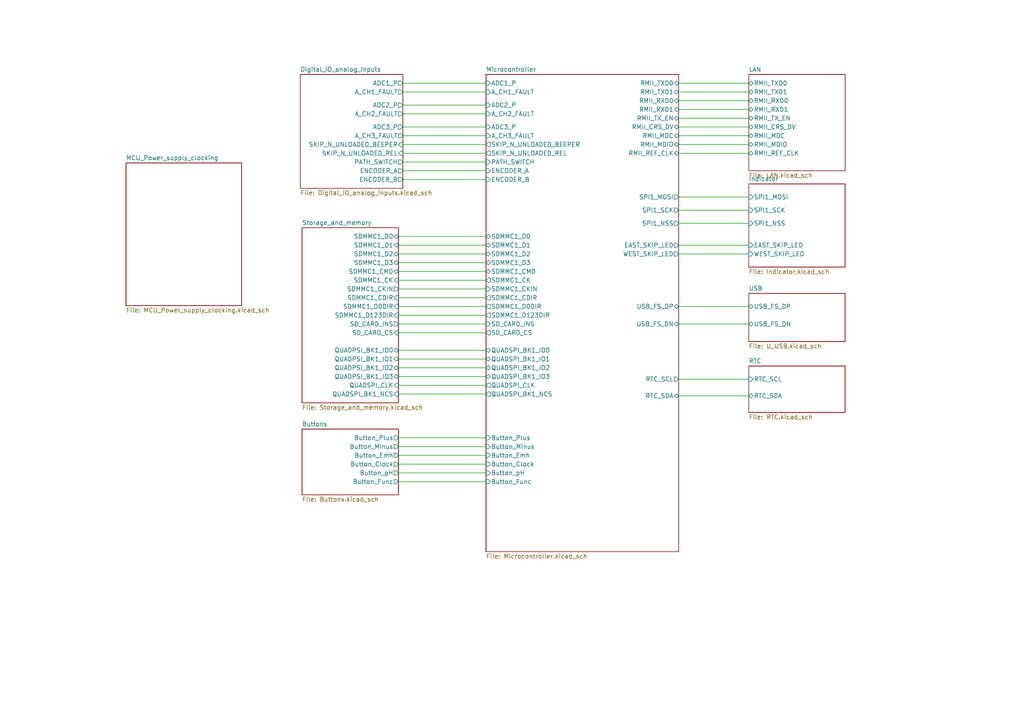
<source format=kicad_sch>
(kicad_sch (version 20211123) (generator eeschema)
  (paper "A4")
  (title_block (title "ШВУ") (date "2021-03-25") (rev "V0.3") (company "ЦВЕТМЕТНАЛАДКА") (comment 1 "Шустов В.И."))
  (lib_symbols)
  (wire (pts (xy 140.97 101.6) (xy 115.57 101.6)))
  (wire (pts (xy 140.97 39.37) (xy 116.84 39.37)))
  (wire (pts (xy 217.17 41.91) (xy 196.85 41.91)))
  (wire (pts (xy 116.84 41.91) (xy 140.97 41.91)))
  (wire (pts (xy 217.17 24.13) (xy 196.85 24.13)))
  (wire (pts (xy 140.97 49.53) (xy 116.84 49.53)))
  (wire (pts (xy 115.57 93.98) (xy 140.97 93.98)))
  (wire (pts (xy 196.85 39.37) (xy 217.17 39.37)))
  (wire (pts (xy 217.17 36.83) (xy 196.85 36.83)))
  (wire (pts (xy 115.57 86.36) (xy 140.97 86.36)))
  (wire (pts (xy 217.17 93.98) (xy 196.85 93.98)))
  (wire (pts (xy 196.85 57.15) (xy 217.17 57.15)))
  (wire (pts (xy 140.97 129.54) (xy 115.57 129.54)))
  (wire (pts (xy 196.85 26.67) (xy 217.17 26.67)))
  (wire (pts (xy 116.84 36.83) (xy 140.97 36.83)))
  (wire (pts (xy 196.85 44.45) (xy 217.17 44.45)))
  (wire (pts (xy 115.57 91.44) (xy 140.97 91.44)))
  (wire (pts (xy 196.85 60.96) (xy 217.17 60.96)))
  (wire (pts (xy 115.57 114.3) (xy 140.97 114.3)))
  (wire (pts (xy 140.97 134.62) (xy 115.57 134.62)))
  (wire (pts (xy 115.57 68.58) (xy 140.97 68.58)))
  (wire (pts (xy 116.84 30.48) (xy 140.97 30.48)))
  (wire (pts (xy 217.17 114.808) (xy 196.85 114.808)))
  (wire (pts (xy 196.85 109.982) (xy 217.17 109.982)))
  (wire (pts (xy 196.85 88.9) (xy 217.17 88.9)))
  (wire (pts (xy 140.97 139.7) (xy 115.57 139.7)))
  (wire (pts (xy 116.84 52.07) (xy 140.97 52.07)))
  (wire (pts (xy 115.57 132.08) (xy 140.97 132.08)))
  (wire (pts (xy 196.85 73.66) (xy 217.17 73.66)))
  (wire (pts (xy 116.84 46.99) (xy 140.97 46.99)))
  (wire (pts (xy 115.57 127) (xy 140.97 127)))
  (wire (pts (xy 115.57 81.28) (xy 140.97 81.28)))
  (wire (pts (xy 140.97 73.66) (xy 115.57 73.66)))
  (wire (pts (xy 140.97 78.74) (xy 115.57 78.74)))
  (wire (pts (xy 115.57 137.16) (xy 140.97 137.16)))
  (wire (pts (xy 196.85 29.21) (xy 217.17 29.21)))
  (wire (pts (xy 115.57 76.2) (xy 140.97 76.2)))
  (wire (pts (xy 115.57 109.22) (xy 140.97 109.22)))
  (wire (pts (xy 140.97 106.68) (xy 115.57 106.68)))
  (wire (pts (xy 140.97 111.76) (xy 115.57 111.76)))
  (wire (pts (xy 217.17 71.12) (xy 196.85 71.12)))
  (wire (pts (xy 115.57 71.12) (xy 140.97 71.12)))
  (wire (pts (xy 196.85 34.29) (xy 217.17 34.29)))
  (wire (pts (xy 196.85 64.77) (xy 217.17 64.77)))
  (wire (pts (xy 116.84 24.13) (xy 140.97 24.13)))
  (wire (pts (xy 140.97 26.67) (xy 116.84 26.67)))
  (wire (pts (xy 217.17 31.75) (xy 196.85 31.75)))
  (wire (pts (xy 140.97 96.52) (xy 115.57 96.52)))
  (wire (pts (xy 140.97 88.9) (xy 115.57 88.9)))
  (wire (pts (xy 140.97 33.02) (xy 116.84 33.02)))
  (wire (pts (xy 115.57 104.14) (xy 140.97 104.14)))
  (wire (pts (xy 140.97 44.45) (xy 116.84 44.45)))
  (wire (pts (xy 140.97 83.82) (xy 115.57 83.82)))
  (sheet (at 217.17 21.59) (size 27.9654 27.94)
    (property "Sheet name" "LAN" (at 217.17 20.8784 0) (effects (justify left bottom)))
    (property "Sheet file" "LAN.kicad_sch" (at 217.17 50.1146 0) (effects (justify left top)))
    (pin "RMII_REF_CLK" bidirectional (at 217.17 44.45 180))
    (pin "RMII_MDC" bidirectional (at 217.17 39.37 180))
    (pin "RMII_MDIO" bidirectional (at 217.17 41.91 180))
    (pin "RMII_CRS_DV" bidirectional (at 217.17 36.83 180))
    (pin "RMII_TX_EN" bidirectional (at 217.17 34.29 180))
    (pin "RMII_TXD1" bidirectional (at 217.17 26.67 180))
    (pin "RMII_TXD0" bidirectional (at 217.17 24.13 180))
    (pin "RMII_RXD0" bidirectional (at 217.17 29.21 180))
    (pin "RMII_RXD1" bidirectional (at 217.17 31.75 180))
  )
  (sheet (at 217.17 53.34) (size 27.94 24.13)
    (property "Sheet name" "Indicator" (at 217.17 52.6284 0) (effects (justify left bottom)))
    (property "Sheet file" "Indicator.kicad_sch" (at 217.17 78.0546 0) (effects (justify left top)))
    (pin "EAST_SKIP_LED" input (at 217.17 71.12 180))
    (pin "WEST_SKIP_LED" input (at 217.17 73.66 180))
    (pin "SPI1_NSS" input (at 217.17 64.77 180))
    (pin "SPI1_SCK" input (at 217.17 60.96 180))
    (pin "SPI1_MOSI" input (at 217.17 57.15 180))
  )
  (sheet (at 217.17 85.09) (size 27.94 13.97)
    (property "Sheet name" "USB" (at 217.17 84.3784 0) (effects (justify left bottom)))
    (property "Sheet file" "U_USB.kicad_sch" (at 217.17 99.6446 0) (effects (justify left top)))
    (pin "USB_FS_DP" bidirectional (at 217.17 88.9 180))
    (pin "USB_FS_DN" bidirectional (at 217.17 93.98 180))
  )
  (sheet (at 36.5506 47.244) (size 33.528 41.402)
    (property "Sheet name" "MCU_Power_supply_clocking" (at 36.5506 46.5324 0) (effects (justify left bottom)))
    (property "Sheet file" "MCU_Power_supply_clocking.kicad_sch" (at 36.5506 89.2306 0) (effects (justify left top)))
  )
  (sheet (at 140.97 21.59) (size 55.88 138.43)
    (property "Sheet name" "Microcontroller" (at 140.97 20.8784 0) (effects (justify left bottom)))
    (property "Sheet file" "Microcontroller.kicad_sch" (at 140.97 160.6046 0) (effects (justify left top)))
    (pin "RMII_REF_CLK" bidirectional (at 196.85 44.45 0))
    (pin "RMII_MDIO" bidirectional (at 196.85 41.91 0))
    (pin "RMII_CRS_DV" bidirectional (at 196.85 36.83 0))
    (pin "USB_FS_DN" bidirectional (at 196.85 93.98 0))
    (pin "USB_FS_DP" bidirectional (at 196.85 88.9 0))
    (pin "SDMMC1_CKIN" input (at 140.97 83.82 180))
    (pin "RMII_TX_EN" bidirectional (at 196.85 34.29 0))
    (pin "RMII_TXD0" bidirectional (at 196.85 24.13 0))
    (pin "RMII_TXD1" bidirectional (at 196.85 26.67 0))
    (pin "RMII_MDC" bidirectional (at 196.85 39.37 0))
    (pin "RMII_RXD0" bidirectional (at 196.85 29.21 0))
    (pin "RMII_RXD1" bidirectional (at 196.85 31.75 0))
    (pin "SDMMC1_D0" bidirectional (at 140.97 68.58 180))
    (pin "SDMMC1_D1" bidirectional (at 140.97 71.12 180))
    (pin "SDMMC1_D2" bidirectional (at 140.97 73.66 180))
    (pin "SDMMC1_D3" bidirectional (at 140.97 76.2 180))
    (pin "SDMMC1_CK" output (at 140.97 81.28 180))
    (pin "SDMMC1_CMD" bidirectional (at 140.97 78.74 180))
    (pin "PATH_SWITCH" input (at 140.97 46.99 180))
    (pin "SKIP_N_UNLOADED_REL" output (at 140.97 44.45 180))
    (pin "SKIP_N_UNLOADED_BEEPER" output (at 140.97 41.91 180))
    (pin "EAST_SKIP_LED" output (at 196.85 71.12 0))
    (pin "WEST_SKIP_LED" output (at 196.85 73.66 0))
    (pin "A_CH3_FAULT" input (at 140.97 39.37 180))
    (pin "ADC3_P" input (at 140.97 36.83 180))
    (pin "QUADSPI_BK1_IO3" bidirectional (at 140.97 109.22 180))
    (pin "QUADSPI_BK1_IO2" bidirectional (at 140.97 106.68 180))
    (pin "QUADSPI_BK1_IO0" bidirectional (at 140.97 101.6 180))
    (pin "QUADSPI_BK1_IO1" bidirectional (at 140.97 104.14 180))
    (pin "QUADSPI_CLK" output (at 140.97 111.76 180))
    (pin "A_CH1_FAULT" input (at 140.97 26.67 180))
    (pin "ADC1_P" input (at 140.97 24.13 180))
    (pin "ADC2_P" input (at 140.97 30.48 180))
    (pin "A_CH2_FAULT" input (at 140.97 33.02 180))
    (pin "Button_Plus" input (at 140.97 127 180))
    (pin "Button_Minus" input (at 140.97 129.54 180))
    (pin "Button_Emh" input (at 140.97 132.08 180))
    (pin "Button_Clock" input (at 140.97 134.62 180))
    (pin "Button_pH" input (at 140.97 137.16 180))
    (pin "Button_Func" input (at 140.97 139.7 180))
    (pin "ENCODER_A" input (at 140.97 49.53 180))
    (pin "ENCODER_B" input (at 140.97 52.07 180))
    (pin "QUADSPI_BK1_NCS" output (at 140.97 114.3 180))
    (pin "SDMMC1_D0DIR" output (at 140.97 88.9 180))
    (pin "SDMMC1_D123DIR" output (at 140.97 91.44 180))
    (pin "SDMMC1_CDIR" output (at 140.97 86.36 180))
    (pin "SD_CARD_INS" input (at 140.97 93.98 180))
    (pin "SD_CARD_CS" output (at 140.97 96.52 180))
    (pin "SPI1_NSS" output (at 196.85 64.77 0))
    (pin "SPI1_SCK" output (at 196.85 60.96 0))
    (pin "SPI1_MOSI" output (at 196.85 57.15 0))
    (pin "RTC_SCL" output (at 196.85 109.982 0))
    (pin "RTC_SDA" bidirectional (at 196.85 114.808 0))
  )
  (sheet (at 87.6046 124.46) (size 27.9654 19.05)
    (property "Sheet name" "Buttons" (at 87.6046 123.7484 0) (effects (justify left bottom)))
    (property "Sheet file" "Buttons.kicad_sch" (at 87.6046 144.0946 0) (effects (justify left top)))
    (pin "Button_Plus" output (at 115.57 127 0))
    (pin "Button_Minus" output (at 115.57 129.54 0))
    (pin "Button_Emh" output (at 115.57 132.08 0))
    (pin "Button_Clock" output (at 115.57 134.62 0))
    (pin "Button_pH" output (at 115.57 137.16 0))
    (pin "Button_Func" output (at 115.57 139.7 0))
  )
  (sheet (at 87.6046 66.04) (size 27.9654 50.8)
    (property "Sheet name" "Storage_and_memory" (at 87.6046 65.3284 0) (effects (justify left bottom)))
    (property "Sheet file" "Storage_and_memory.kicad_sch" (at 87.6046 117.4246 0) (effects (justify left top)))
    (pin "SDMMC1_D0" bidirectional (at 115.57 68.58 0))
    (pin "SDMMC1_D1" bidirectional (at 115.57 71.12 0))
    (pin "SDMMC1_D2" bidirectional (at 115.57 73.66 0))
    (pin "SDMMC1_D3" bidirectional (at 115.57 76.2 0))
    (pin "SDMMC1_CMD" bidirectional (at 115.57 78.74 0))
    (pin "SDMMC1_CK" input (at 115.57 81.28 0))
    (pin "SDMMC1_CKIN" output (at 115.57 83.82 0))
    (pin "QUADSPI_BK1_NCS" input (at 115.57 114.3 0))
    (pin "QUADSPI_CLK" input (at 115.57 111.76 0))
    (pin "QUADPSI_BK1_IO2" bidirectional (at 115.57 106.68 0))
    (pin "QUADPSI_BK1_IO3" bidirectional (at 115.57 109.22 0))
    (pin "QUADPSI_BK1_IO0" bidirectional (at 115.57 101.6 0))
    (pin "QUADPSI_BK1_IO1" bidirectional (at 115.57 104.14 0))
    (pin "SD_CARD_INS" output (at 115.57 93.98 0))
    (pin "SD_CARD_CS" input (at 115.57 96.52 0))
    (pin "SDMMC1_D0DIR" input (at 115.57 88.9 0))
    (pin "SDMMC1_CDIR" input (at 115.57 86.36 0))
    (pin "SDMMC1_D123DIR" input (at 115.57 91.44 0))
  )
  (sheet (at 87.0966 21.59) (size 29.7434 33.02)
    (property "Sheet name" "Digital_IO_analog_Inputs" (at 87.0966 20.8784 0) (effects (justify left bottom)))
    (property "Sheet file" "Digital_IO_analog_Inputs.kicad_sch" (at 87.0966 55.1946 0) (effects (justify left top)))
    (pin "ADC1_P" output (at 116.84 24.13 0))
    (pin "A_CH1_FAULT" output (at 116.84 26.67 0))
    (pin "ADC2_P" output (at 116.84 30.48 0))
    (pin "A_CH2_FAULT" output (at 116.84 33.02 0))
    (pin "ADC3_P" output (at 116.84 36.83 0))
    (pin "A_CH3_FAULT" output (at 116.84 39.37 0))
    (pin "SKIP_N_UNLOADED_REL" input (at 116.84 44.45 0))
    (pin "SKIP_N_UNLOADED_BEEPER" input (at 116.84 41.91 0))
    (pin "PATH_SWITCH" output (at 116.84 46.99 0))
    (pin "ENCODER_A" output (at 116.84 49.53 0))
    (pin "ENCODER_B" output (at 116.84 52.07 0))
  )
  (sheet (at 217.17 106.172) (size 27.94 13.462)
    (property "Sheet name" "RTC" (at 217.17 105.4604 0) (effects (justify left bottom)))
    (property "Sheet file" "RTC.kicad_sch" (at 217.17 120.2186 0) (effects (justify left top)))
    (pin "RTC_SCL" input (at 217.17 109.982 180))
    (pin "RTC_SDA" bidirectional (at 217.17 114.808 180))
  )
)
</source>
